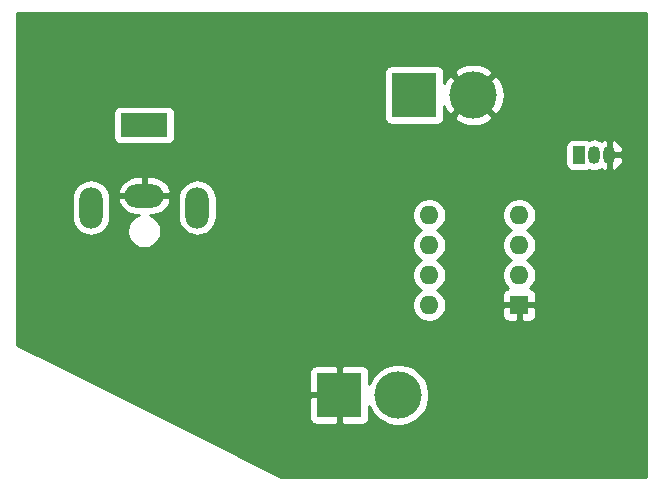
<source format=gbr>
G04 #@! TF.GenerationSoftware,KiCad,Pcbnew,(5.1.5-0-10_14)*
G04 #@! TF.CreationDate,2020-05-18T16:23:34+03:00*
G04 #@! TF.ProjectId,final2,66696e61-6c32-42e6-9b69-6361645f7063,rev?*
G04 #@! TF.SameCoordinates,Original*
G04 #@! TF.FileFunction,Copper,L2,Bot*
G04 #@! TF.FilePolarity,Positive*
%FSLAX46Y46*%
G04 Gerber Fmt 4.6, Leading zero omitted, Abs format (unit mm)*
G04 Created by KiCad (PCBNEW (5.1.5-0-10_14)) date 2020-05-18 16:23:34*
%MOMM*%
%LPD*%
G04 APERTURE LIST*
%ADD10R,1.600000X1.600000*%
%ADD11O,1.600000X1.600000*%
%ADD12R,3.800000X3.800000*%
%ADD13C,4.000000*%
%ADD14R,4.000000X2.000000*%
%ADD15O,3.300000X2.000000*%
%ADD16O,2.000000X3.500000*%
%ADD17O,1.050000X1.500000*%
%ADD18R,1.050000X1.500000*%
%ADD19C,0.254000*%
G04 APERTURE END LIST*
D10*
X152400000Y-92710000D03*
D11*
X144780000Y-85090000D03*
X152400000Y-90170000D03*
X144780000Y-87630000D03*
X152400000Y-87630000D03*
X144780000Y-90170000D03*
X152400000Y-85090000D03*
X144780000Y-92710000D03*
D12*
X137160000Y-100330000D03*
D13*
X142160000Y-100330000D03*
X148510000Y-74930000D03*
D12*
X143510000Y-74930000D03*
D14*
X120650000Y-77470000D03*
D15*
X120650000Y-83470000D03*
D16*
X116150000Y-84470000D03*
X125150000Y-84470000D03*
D17*
X158750000Y-80010000D03*
X160020000Y-80010000D03*
D18*
X157480000Y-80010000D03*
D19*
G36*
X163145001Y-107265000D02*
G01*
X132241708Y-107265000D01*
X122171708Y-102230000D01*
X134621928Y-102230000D01*
X134634188Y-102354482D01*
X134670498Y-102474180D01*
X134729463Y-102584494D01*
X134808815Y-102681185D01*
X134905506Y-102760537D01*
X135015820Y-102819502D01*
X135135518Y-102855812D01*
X135260000Y-102868072D01*
X136874250Y-102865000D01*
X137033000Y-102706250D01*
X137033000Y-100457000D01*
X134783750Y-100457000D01*
X134625000Y-100615750D01*
X134621928Y-102230000D01*
X122171708Y-102230000D01*
X114571707Y-98430000D01*
X134621928Y-98430000D01*
X134625000Y-100044250D01*
X134783750Y-100203000D01*
X137033000Y-100203000D01*
X137033000Y-97953750D01*
X137287000Y-97953750D01*
X137287000Y-100203000D01*
X137307000Y-100203000D01*
X137307000Y-100457000D01*
X137287000Y-100457000D01*
X137287000Y-102706250D01*
X137445750Y-102865000D01*
X139060000Y-102868072D01*
X139184482Y-102855812D01*
X139304180Y-102819502D01*
X139414494Y-102760537D01*
X139511185Y-102681185D01*
X139590537Y-102584494D01*
X139649502Y-102474180D01*
X139685812Y-102354482D01*
X139698072Y-102230000D01*
X139696240Y-101267546D01*
X139824893Y-101578141D01*
X140113262Y-102009715D01*
X140480285Y-102376738D01*
X140911859Y-102665107D01*
X141391399Y-102863739D01*
X141900475Y-102965000D01*
X142419525Y-102965000D01*
X142928601Y-102863739D01*
X143408141Y-102665107D01*
X143839715Y-102376738D01*
X144206738Y-102009715D01*
X144495107Y-101578141D01*
X144693739Y-101098601D01*
X144795000Y-100589525D01*
X144795000Y-100070475D01*
X144693739Y-99561399D01*
X144495107Y-99081859D01*
X144206738Y-98650285D01*
X143839715Y-98283262D01*
X143408141Y-97994893D01*
X142928601Y-97796261D01*
X142419525Y-97695000D01*
X141900475Y-97695000D01*
X141391399Y-97796261D01*
X140911859Y-97994893D01*
X140480285Y-98283262D01*
X140113262Y-98650285D01*
X139824893Y-99081859D01*
X139696240Y-99392454D01*
X139698072Y-98430000D01*
X139685812Y-98305518D01*
X139649502Y-98185820D01*
X139590537Y-98075506D01*
X139511185Y-97978815D01*
X139414494Y-97899463D01*
X139304180Y-97840498D01*
X139184482Y-97804188D01*
X139060000Y-97791928D01*
X137445750Y-97795000D01*
X137287000Y-97953750D01*
X137033000Y-97953750D01*
X136874250Y-97795000D01*
X135260000Y-97791928D01*
X135135518Y-97804188D01*
X135015820Y-97840498D01*
X134905506Y-97899463D01*
X134808815Y-97978815D01*
X134729463Y-98075506D01*
X134670498Y-98185820D01*
X134634188Y-98305518D01*
X134621928Y-98430000D01*
X114571707Y-98430000D01*
X109905000Y-96096647D01*
X109905000Y-83639679D01*
X114515000Y-83639679D01*
X114515000Y-85300322D01*
X114538657Y-85540516D01*
X114632149Y-85848715D01*
X114783970Y-86132752D01*
X114988287Y-86381714D01*
X115237249Y-86586031D01*
X115521286Y-86737852D01*
X115829485Y-86831343D01*
X116150000Y-86862911D01*
X116470516Y-86831343D01*
X116778715Y-86737852D01*
X117062752Y-86586031D01*
X117311714Y-86381714D01*
X117516031Y-86132752D01*
X117667852Y-85848715D01*
X117761343Y-85540516D01*
X117785000Y-85300322D01*
X117785000Y-83850434D01*
X118409876Y-83850434D01*
X118440856Y-83978355D01*
X118569990Y-84272761D01*
X118754078Y-84536317D01*
X118986046Y-84758895D01*
X119256980Y-84931942D01*
X119556468Y-85048807D01*
X119873000Y-85105000D01*
X120195568Y-85105000D01*
X119970273Y-85198320D01*
X119735241Y-85355363D01*
X119535363Y-85555241D01*
X119378320Y-85790273D01*
X119270147Y-86051426D01*
X119215000Y-86328665D01*
X119215000Y-86611335D01*
X119270147Y-86888574D01*
X119378320Y-87149727D01*
X119535363Y-87384759D01*
X119735241Y-87584637D01*
X119970273Y-87741680D01*
X120231426Y-87849853D01*
X120508665Y-87905000D01*
X120791335Y-87905000D01*
X121068574Y-87849853D01*
X121329727Y-87741680D01*
X121564759Y-87584637D01*
X121764637Y-87384759D01*
X121921680Y-87149727D01*
X122029853Y-86888574D01*
X122085000Y-86611335D01*
X122085000Y-86328665D01*
X122029853Y-86051426D01*
X121921680Y-85790273D01*
X121764637Y-85555241D01*
X121564759Y-85355363D01*
X121329727Y-85198320D01*
X121104432Y-85105000D01*
X121427000Y-85105000D01*
X121743532Y-85048807D01*
X122043020Y-84931942D01*
X122313954Y-84758895D01*
X122545922Y-84536317D01*
X122730010Y-84272761D01*
X122859144Y-83978355D01*
X122890124Y-83850434D01*
X122790876Y-83639679D01*
X123515000Y-83639679D01*
X123515000Y-85300322D01*
X123538657Y-85540516D01*
X123632149Y-85848715D01*
X123783970Y-86132752D01*
X123988287Y-86381714D01*
X124237249Y-86586031D01*
X124521286Y-86737852D01*
X124829485Y-86831343D01*
X125150000Y-86862911D01*
X125470516Y-86831343D01*
X125778715Y-86737852D01*
X126062752Y-86586031D01*
X126311714Y-86381714D01*
X126516031Y-86132752D01*
X126667852Y-85848715D01*
X126761343Y-85540516D01*
X126785000Y-85300322D01*
X126785000Y-84948665D01*
X143345000Y-84948665D01*
X143345000Y-85231335D01*
X143400147Y-85508574D01*
X143508320Y-85769727D01*
X143665363Y-86004759D01*
X143865241Y-86204637D01*
X144097759Y-86360000D01*
X143865241Y-86515363D01*
X143665363Y-86715241D01*
X143508320Y-86950273D01*
X143400147Y-87211426D01*
X143345000Y-87488665D01*
X143345000Y-87771335D01*
X143400147Y-88048574D01*
X143508320Y-88309727D01*
X143665363Y-88544759D01*
X143865241Y-88744637D01*
X144097759Y-88900000D01*
X143865241Y-89055363D01*
X143665363Y-89255241D01*
X143508320Y-89490273D01*
X143400147Y-89751426D01*
X143345000Y-90028665D01*
X143345000Y-90311335D01*
X143400147Y-90588574D01*
X143508320Y-90849727D01*
X143665363Y-91084759D01*
X143865241Y-91284637D01*
X144097759Y-91440000D01*
X143865241Y-91595363D01*
X143665363Y-91795241D01*
X143508320Y-92030273D01*
X143400147Y-92291426D01*
X143345000Y-92568665D01*
X143345000Y-92851335D01*
X143400147Y-93128574D01*
X143508320Y-93389727D01*
X143665363Y-93624759D01*
X143865241Y-93824637D01*
X144100273Y-93981680D01*
X144361426Y-94089853D01*
X144638665Y-94145000D01*
X144921335Y-94145000D01*
X145198574Y-94089853D01*
X145459727Y-93981680D01*
X145694759Y-93824637D01*
X145894637Y-93624759D01*
X145971316Y-93510000D01*
X150961928Y-93510000D01*
X150974188Y-93634482D01*
X151010498Y-93754180D01*
X151069463Y-93864494D01*
X151148815Y-93961185D01*
X151245506Y-94040537D01*
X151355820Y-94099502D01*
X151475518Y-94135812D01*
X151600000Y-94148072D01*
X152114250Y-94145000D01*
X152273000Y-93986250D01*
X152273000Y-92837000D01*
X152527000Y-92837000D01*
X152527000Y-93986250D01*
X152685750Y-94145000D01*
X153200000Y-94148072D01*
X153324482Y-94135812D01*
X153444180Y-94099502D01*
X153554494Y-94040537D01*
X153651185Y-93961185D01*
X153730537Y-93864494D01*
X153789502Y-93754180D01*
X153825812Y-93634482D01*
X153838072Y-93510000D01*
X153835000Y-92995750D01*
X153676250Y-92837000D01*
X152527000Y-92837000D01*
X152273000Y-92837000D01*
X151123750Y-92837000D01*
X150965000Y-92995750D01*
X150961928Y-93510000D01*
X145971316Y-93510000D01*
X146051680Y-93389727D01*
X146159853Y-93128574D01*
X146215000Y-92851335D01*
X146215000Y-92568665D01*
X146159853Y-92291426D01*
X146051680Y-92030273D01*
X145971317Y-91910000D01*
X150961928Y-91910000D01*
X150965000Y-92424250D01*
X151123750Y-92583000D01*
X152273000Y-92583000D01*
X152273000Y-92563000D01*
X152527000Y-92563000D01*
X152527000Y-92583000D01*
X153676250Y-92583000D01*
X153835000Y-92424250D01*
X153838072Y-91910000D01*
X153825812Y-91785518D01*
X153789502Y-91665820D01*
X153730537Y-91555506D01*
X153651185Y-91458815D01*
X153554494Y-91379463D01*
X153444180Y-91320498D01*
X153324482Y-91284188D01*
X153316039Y-91283357D01*
X153514637Y-91084759D01*
X153671680Y-90849727D01*
X153779853Y-90588574D01*
X153835000Y-90311335D01*
X153835000Y-90028665D01*
X153779853Y-89751426D01*
X153671680Y-89490273D01*
X153514637Y-89255241D01*
X153314759Y-89055363D01*
X153082241Y-88900000D01*
X153314759Y-88744637D01*
X153514637Y-88544759D01*
X153671680Y-88309727D01*
X153779853Y-88048574D01*
X153835000Y-87771335D01*
X153835000Y-87488665D01*
X153779853Y-87211426D01*
X153671680Y-86950273D01*
X153514637Y-86715241D01*
X153314759Y-86515363D01*
X153082241Y-86360000D01*
X153314759Y-86204637D01*
X153514637Y-86004759D01*
X153671680Y-85769727D01*
X153779853Y-85508574D01*
X153835000Y-85231335D01*
X153835000Y-84948665D01*
X153779853Y-84671426D01*
X153671680Y-84410273D01*
X153514637Y-84175241D01*
X153314759Y-83975363D01*
X153079727Y-83818320D01*
X152818574Y-83710147D01*
X152541335Y-83655000D01*
X152258665Y-83655000D01*
X151981426Y-83710147D01*
X151720273Y-83818320D01*
X151485241Y-83975363D01*
X151285363Y-84175241D01*
X151128320Y-84410273D01*
X151020147Y-84671426D01*
X150965000Y-84948665D01*
X150965000Y-85231335D01*
X151020147Y-85508574D01*
X151128320Y-85769727D01*
X151285363Y-86004759D01*
X151485241Y-86204637D01*
X151717759Y-86360000D01*
X151485241Y-86515363D01*
X151285363Y-86715241D01*
X151128320Y-86950273D01*
X151020147Y-87211426D01*
X150965000Y-87488665D01*
X150965000Y-87771335D01*
X151020147Y-88048574D01*
X151128320Y-88309727D01*
X151285363Y-88544759D01*
X151485241Y-88744637D01*
X151717759Y-88900000D01*
X151485241Y-89055363D01*
X151285363Y-89255241D01*
X151128320Y-89490273D01*
X151020147Y-89751426D01*
X150965000Y-90028665D01*
X150965000Y-90311335D01*
X151020147Y-90588574D01*
X151128320Y-90849727D01*
X151285363Y-91084759D01*
X151483961Y-91283357D01*
X151475518Y-91284188D01*
X151355820Y-91320498D01*
X151245506Y-91379463D01*
X151148815Y-91458815D01*
X151069463Y-91555506D01*
X151010498Y-91665820D01*
X150974188Y-91785518D01*
X150961928Y-91910000D01*
X145971317Y-91910000D01*
X145894637Y-91795241D01*
X145694759Y-91595363D01*
X145462241Y-91440000D01*
X145694759Y-91284637D01*
X145894637Y-91084759D01*
X146051680Y-90849727D01*
X146159853Y-90588574D01*
X146215000Y-90311335D01*
X146215000Y-90028665D01*
X146159853Y-89751426D01*
X146051680Y-89490273D01*
X145894637Y-89255241D01*
X145694759Y-89055363D01*
X145462241Y-88900000D01*
X145694759Y-88744637D01*
X145894637Y-88544759D01*
X146051680Y-88309727D01*
X146159853Y-88048574D01*
X146215000Y-87771335D01*
X146215000Y-87488665D01*
X146159853Y-87211426D01*
X146051680Y-86950273D01*
X145894637Y-86715241D01*
X145694759Y-86515363D01*
X145462241Y-86360000D01*
X145694759Y-86204637D01*
X145894637Y-86004759D01*
X146051680Y-85769727D01*
X146159853Y-85508574D01*
X146215000Y-85231335D01*
X146215000Y-84948665D01*
X146159853Y-84671426D01*
X146051680Y-84410273D01*
X145894637Y-84175241D01*
X145694759Y-83975363D01*
X145459727Y-83818320D01*
X145198574Y-83710147D01*
X144921335Y-83655000D01*
X144638665Y-83655000D01*
X144361426Y-83710147D01*
X144100273Y-83818320D01*
X143865241Y-83975363D01*
X143665363Y-84175241D01*
X143508320Y-84410273D01*
X143400147Y-84671426D01*
X143345000Y-84948665D01*
X126785000Y-84948665D01*
X126785000Y-83639678D01*
X126761343Y-83399484D01*
X126667852Y-83091285D01*
X126516031Y-82807248D01*
X126311714Y-82558286D01*
X126062751Y-82353969D01*
X125778714Y-82202148D01*
X125470515Y-82108657D01*
X125150000Y-82077089D01*
X124829484Y-82108657D01*
X124521285Y-82202148D01*
X124237248Y-82353969D01*
X123988286Y-82558286D01*
X123783969Y-82807249D01*
X123632148Y-83091286D01*
X123538657Y-83399485D01*
X123515000Y-83639679D01*
X122790876Y-83639679D01*
X122770777Y-83597000D01*
X120777000Y-83597000D01*
X120777000Y-83617000D01*
X120523000Y-83617000D01*
X120523000Y-83597000D01*
X118529223Y-83597000D01*
X118409876Y-83850434D01*
X117785000Y-83850434D01*
X117785000Y-83639678D01*
X117761343Y-83399484D01*
X117667852Y-83091285D01*
X117666934Y-83089566D01*
X118409876Y-83089566D01*
X118529223Y-83343000D01*
X120523000Y-83343000D01*
X120523000Y-81835000D01*
X120777000Y-81835000D01*
X120777000Y-83343000D01*
X122770777Y-83343000D01*
X122890124Y-83089566D01*
X122859144Y-82961645D01*
X122730010Y-82667239D01*
X122545922Y-82403683D01*
X122313954Y-82181105D01*
X122043020Y-82008058D01*
X121743532Y-81891193D01*
X121427000Y-81835000D01*
X120777000Y-81835000D01*
X120523000Y-81835000D01*
X119873000Y-81835000D01*
X119556468Y-81891193D01*
X119256980Y-82008058D01*
X118986046Y-82181105D01*
X118754078Y-82403683D01*
X118569990Y-82667239D01*
X118440856Y-82961645D01*
X118409876Y-83089566D01*
X117666934Y-83089566D01*
X117516031Y-82807248D01*
X117311714Y-82558286D01*
X117062751Y-82353969D01*
X116778714Y-82202148D01*
X116470515Y-82108657D01*
X116150000Y-82077089D01*
X115829484Y-82108657D01*
X115521285Y-82202148D01*
X115237248Y-82353969D01*
X114988286Y-82558286D01*
X114783969Y-82807249D01*
X114632148Y-83091286D01*
X114538657Y-83399485D01*
X114515000Y-83639679D01*
X109905000Y-83639679D01*
X109905000Y-79260000D01*
X156316928Y-79260000D01*
X156316928Y-80760000D01*
X156329188Y-80884482D01*
X156365498Y-81004180D01*
X156424463Y-81114494D01*
X156503815Y-81211185D01*
X156600506Y-81290537D01*
X156710820Y-81349502D01*
X156830518Y-81385812D01*
X156955000Y-81398072D01*
X158005000Y-81398072D01*
X158129482Y-81385812D01*
X158249180Y-81349502D01*
X158313902Y-81314907D01*
X158522601Y-81378215D01*
X158750000Y-81400612D01*
X158977400Y-81378215D01*
X159196060Y-81311885D01*
X159384669Y-81211071D01*
X159443118Y-81252275D01*
X159652663Y-81345272D01*
X159714190Y-81353964D01*
X159893000Y-81228163D01*
X159893000Y-80463108D01*
X159893215Y-80462399D01*
X159910000Y-80291978D01*
X159910000Y-80137000D01*
X160147000Y-80137000D01*
X160147000Y-81228163D01*
X160325810Y-81353964D01*
X160387337Y-81345272D01*
X160596882Y-81252275D01*
X160784258Y-81120184D01*
X160942264Y-80954076D01*
X161064828Y-80760334D01*
X161147239Y-80546404D01*
X161186331Y-80320507D01*
X161026598Y-80137000D01*
X160147000Y-80137000D01*
X159910000Y-80137000D01*
X159910000Y-79728021D01*
X159893215Y-79557600D01*
X159893000Y-79556891D01*
X159893000Y-78791837D01*
X160147000Y-78791837D01*
X160147000Y-79883000D01*
X161026598Y-79883000D01*
X161186331Y-79699493D01*
X161147239Y-79473596D01*
X161064828Y-79259666D01*
X160942264Y-79065924D01*
X160784258Y-78899816D01*
X160596882Y-78767725D01*
X160387337Y-78674728D01*
X160325810Y-78666036D01*
X160147000Y-78791837D01*
X159893000Y-78791837D01*
X159714190Y-78666036D01*
X159652663Y-78674728D01*
X159443118Y-78767725D01*
X159384669Y-78808929D01*
X159196059Y-78708115D01*
X158977399Y-78641785D01*
X158750000Y-78619388D01*
X158522600Y-78641785D01*
X158313902Y-78705093D01*
X158249180Y-78670498D01*
X158129482Y-78634188D01*
X158005000Y-78621928D01*
X156955000Y-78621928D01*
X156830518Y-78634188D01*
X156710820Y-78670498D01*
X156600506Y-78729463D01*
X156503815Y-78808815D01*
X156424463Y-78905506D01*
X156365498Y-79015820D01*
X156329188Y-79135518D01*
X156316928Y-79260000D01*
X109905000Y-79260000D01*
X109905000Y-76470000D01*
X118011928Y-76470000D01*
X118011928Y-78470000D01*
X118024188Y-78594482D01*
X118060498Y-78714180D01*
X118119463Y-78824494D01*
X118198815Y-78921185D01*
X118295506Y-79000537D01*
X118405820Y-79059502D01*
X118525518Y-79095812D01*
X118650000Y-79108072D01*
X122650000Y-79108072D01*
X122774482Y-79095812D01*
X122894180Y-79059502D01*
X123004494Y-79000537D01*
X123101185Y-78921185D01*
X123180537Y-78824494D01*
X123239502Y-78714180D01*
X123275812Y-78594482D01*
X123288072Y-78470000D01*
X123288072Y-76470000D01*
X123275812Y-76345518D01*
X123239502Y-76225820D01*
X123180537Y-76115506D01*
X123101185Y-76018815D01*
X123004494Y-75939463D01*
X122894180Y-75880498D01*
X122774482Y-75844188D01*
X122650000Y-75831928D01*
X118650000Y-75831928D01*
X118525518Y-75844188D01*
X118405820Y-75880498D01*
X118295506Y-75939463D01*
X118198815Y-76018815D01*
X118119463Y-76115506D01*
X118060498Y-76225820D01*
X118024188Y-76345518D01*
X118011928Y-76470000D01*
X109905000Y-76470000D01*
X109905000Y-73030000D01*
X140971928Y-73030000D01*
X140971928Y-76830000D01*
X140984188Y-76954482D01*
X141020498Y-77074180D01*
X141079463Y-77184494D01*
X141158815Y-77281185D01*
X141255506Y-77360537D01*
X141365820Y-77419502D01*
X141485518Y-77455812D01*
X141610000Y-77468072D01*
X145410000Y-77468072D01*
X145534482Y-77455812D01*
X145654180Y-77419502D01*
X145764494Y-77360537D01*
X145861185Y-77281185D01*
X145940537Y-77184494D01*
X145999502Y-77074180D01*
X146035812Y-76954482D01*
X146048072Y-76830000D01*
X146048072Y-76777499D01*
X146842106Y-76777499D01*
X147058228Y-77144258D01*
X147518105Y-77384938D01*
X148016098Y-77531275D01*
X148533071Y-77577648D01*
X149049159Y-77522273D01*
X149544526Y-77367279D01*
X149961772Y-77144258D01*
X150177894Y-76777499D01*
X148510000Y-75109605D01*
X146842106Y-76777499D01*
X146048072Y-76777499D01*
X146048072Y-75885747D01*
X146072721Y-75964526D01*
X146295742Y-76381772D01*
X146662501Y-76597894D01*
X148330395Y-74930000D01*
X148689605Y-74930000D01*
X150357499Y-76597894D01*
X150724258Y-76381772D01*
X150964938Y-75921895D01*
X151111275Y-75423902D01*
X151157648Y-74906929D01*
X151102273Y-74390841D01*
X150947279Y-73895474D01*
X150724258Y-73478228D01*
X150357499Y-73262106D01*
X148689605Y-74930000D01*
X148330395Y-74930000D01*
X146662501Y-73262106D01*
X146295742Y-73478228D01*
X146055062Y-73938105D01*
X146048072Y-73961892D01*
X146048072Y-73082501D01*
X146842106Y-73082501D01*
X148510000Y-74750395D01*
X150177894Y-73082501D01*
X149961772Y-72715742D01*
X149501895Y-72475062D01*
X149003902Y-72328725D01*
X148486929Y-72282352D01*
X147970841Y-72337727D01*
X147475474Y-72492721D01*
X147058228Y-72715742D01*
X146842106Y-73082501D01*
X146048072Y-73082501D01*
X146048072Y-73030000D01*
X146035812Y-72905518D01*
X145999502Y-72785820D01*
X145940537Y-72675506D01*
X145861185Y-72578815D01*
X145764494Y-72499463D01*
X145654180Y-72440498D01*
X145534482Y-72404188D01*
X145410000Y-72391928D01*
X141610000Y-72391928D01*
X141485518Y-72404188D01*
X141365820Y-72440498D01*
X141255506Y-72499463D01*
X141158815Y-72578815D01*
X141079463Y-72675506D01*
X141020498Y-72785820D01*
X140984188Y-72905518D01*
X140971928Y-73030000D01*
X109905000Y-73030000D01*
X109905000Y-67995000D01*
X163145000Y-67995000D01*
X163145001Y-107265000D01*
G37*
X163145001Y-107265000D02*
X132241708Y-107265000D01*
X122171708Y-102230000D01*
X134621928Y-102230000D01*
X134634188Y-102354482D01*
X134670498Y-102474180D01*
X134729463Y-102584494D01*
X134808815Y-102681185D01*
X134905506Y-102760537D01*
X135015820Y-102819502D01*
X135135518Y-102855812D01*
X135260000Y-102868072D01*
X136874250Y-102865000D01*
X137033000Y-102706250D01*
X137033000Y-100457000D01*
X134783750Y-100457000D01*
X134625000Y-100615750D01*
X134621928Y-102230000D01*
X122171708Y-102230000D01*
X114571707Y-98430000D01*
X134621928Y-98430000D01*
X134625000Y-100044250D01*
X134783750Y-100203000D01*
X137033000Y-100203000D01*
X137033000Y-97953750D01*
X137287000Y-97953750D01*
X137287000Y-100203000D01*
X137307000Y-100203000D01*
X137307000Y-100457000D01*
X137287000Y-100457000D01*
X137287000Y-102706250D01*
X137445750Y-102865000D01*
X139060000Y-102868072D01*
X139184482Y-102855812D01*
X139304180Y-102819502D01*
X139414494Y-102760537D01*
X139511185Y-102681185D01*
X139590537Y-102584494D01*
X139649502Y-102474180D01*
X139685812Y-102354482D01*
X139698072Y-102230000D01*
X139696240Y-101267546D01*
X139824893Y-101578141D01*
X140113262Y-102009715D01*
X140480285Y-102376738D01*
X140911859Y-102665107D01*
X141391399Y-102863739D01*
X141900475Y-102965000D01*
X142419525Y-102965000D01*
X142928601Y-102863739D01*
X143408141Y-102665107D01*
X143839715Y-102376738D01*
X144206738Y-102009715D01*
X144495107Y-101578141D01*
X144693739Y-101098601D01*
X144795000Y-100589525D01*
X144795000Y-100070475D01*
X144693739Y-99561399D01*
X144495107Y-99081859D01*
X144206738Y-98650285D01*
X143839715Y-98283262D01*
X143408141Y-97994893D01*
X142928601Y-97796261D01*
X142419525Y-97695000D01*
X141900475Y-97695000D01*
X141391399Y-97796261D01*
X140911859Y-97994893D01*
X140480285Y-98283262D01*
X140113262Y-98650285D01*
X139824893Y-99081859D01*
X139696240Y-99392454D01*
X139698072Y-98430000D01*
X139685812Y-98305518D01*
X139649502Y-98185820D01*
X139590537Y-98075506D01*
X139511185Y-97978815D01*
X139414494Y-97899463D01*
X139304180Y-97840498D01*
X139184482Y-97804188D01*
X139060000Y-97791928D01*
X137445750Y-97795000D01*
X137287000Y-97953750D01*
X137033000Y-97953750D01*
X136874250Y-97795000D01*
X135260000Y-97791928D01*
X135135518Y-97804188D01*
X135015820Y-97840498D01*
X134905506Y-97899463D01*
X134808815Y-97978815D01*
X134729463Y-98075506D01*
X134670498Y-98185820D01*
X134634188Y-98305518D01*
X134621928Y-98430000D01*
X114571707Y-98430000D01*
X109905000Y-96096647D01*
X109905000Y-83639679D01*
X114515000Y-83639679D01*
X114515000Y-85300322D01*
X114538657Y-85540516D01*
X114632149Y-85848715D01*
X114783970Y-86132752D01*
X114988287Y-86381714D01*
X115237249Y-86586031D01*
X115521286Y-86737852D01*
X115829485Y-86831343D01*
X116150000Y-86862911D01*
X116470516Y-86831343D01*
X116778715Y-86737852D01*
X117062752Y-86586031D01*
X117311714Y-86381714D01*
X117516031Y-86132752D01*
X117667852Y-85848715D01*
X117761343Y-85540516D01*
X117785000Y-85300322D01*
X117785000Y-83850434D01*
X118409876Y-83850434D01*
X118440856Y-83978355D01*
X118569990Y-84272761D01*
X118754078Y-84536317D01*
X118986046Y-84758895D01*
X119256980Y-84931942D01*
X119556468Y-85048807D01*
X119873000Y-85105000D01*
X120195568Y-85105000D01*
X119970273Y-85198320D01*
X119735241Y-85355363D01*
X119535363Y-85555241D01*
X119378320Y-85790273D01*
X119270147Y-86051426D01*
X119215000Y-86328665D01*
X119215000Y-86611335D01*
X119270147Y-86888574D01*
X119378320Y-87149727D01*
X119535363Y-87384759D01*
X119735241Y-87584637D01*
X119970273Y-87741680D01*
X120231426Y-87849853D01*
X120508665Y-87905000D01*
X120791335Y-87905000D01*
X121068574Y-87849853D01*
X121329727Y-87741680D01*
X121564759Y-87584637D01*
X121764637Y-87384759D01*
X121921680Y-87149727D01*
X122029853Y-86888574D01*
X122085000Y-86611335D01*
X122085000Y-86328665D01*
X122029853Y-86051426D01*
X121921680Y-85790273D01*
X121764637Y-85555241D01*
X121564759Y-85355363D01*
X121329727Y-85198320D01*
X121104432Y-85105000D01*
X121427000Y-85105000D01*
X121743532Y-85048807D01*
X122043020Y-84931942D01*
X122313954Y-84758895D01*
X122545922Y-84536317D01*
X122730010Y-84272761D01*
X122859144Y-83978355D01*
X122890124Y-83850434D01*
X122790876Y-83639679D01*
X123515000Y-83639679D01*
X123515000Y-85300322D01*
X123538657Y-85540516D01*
X123632149Y-85848715D01*
X123783970Y-86132752D01*
X123988287Y-86381714D01*
X124237249Y-86586031D01*
X124521286Y-86737852D01*
X124829485Y-86831343D01*
X125150000Y-86862911D01*
X125470516Y-86831343D01*
X125778715Y-86737852D01*
X126062752Y-86586031D01*
X126311714Y-86381714D01*
X126516031Y-86132752D01*
X126667852Y-85848715D01*
X126761343Y-85540516D01*
X126785000Y-85300322D01*
X126785000Y-84948665D01*
X143345000Y-84948665D01*
X143345000Y-85231335D01*
X143400147Y-85508574D01*
X143508320Y-85769727D01*
X143665363Y-86004759D01*
X143865241Y-86204637D01*
X144097759Y-86360000D01*
X143865241Y-86515363D01*
X143665363Y-86715241D01*
X143508320Y-86950273D01*
X143400147Y-87211426D01*
X143345000Y-87488665D01*
X143345000Y-87771335D01*
X143400147Y-88048574D01*
X143508320Y-88309727D01*
X143665363Y-88544759D01*
X143865241Y-88744637D01*
X144097759Y-88900000D01*
X143865241Y-89055363D01*
X143665363Y-89255241D01*
X143508320Y-89490273D01*
X143400147Y-89751426D01*
X143345000Y-90028665D01*
X143345000Y-90311335D01*
X143400147Y-90588574D01*
X143508320Y-90849727D01*
X143665363Y-91084759D01*
X143865241Y-91284637D01*
X144097759Y-91440000D01*
X143865241Y-91595363D01*
X143665363Y-91795241D01*
X143508320Y-92030273D01*
X143400147Y-92291426D01*
X143345000Y-92568665D01*
X143345000Y-92851335D01*
X143400147Y-93128574D01*
X143508320Y-93389727D01*
X143665363Y-93624759D01*
X143865241Y-93824637D01*
X144100273Y-93981680D01*
X144361426Y-94089853D01*
X144638665Y-94145000D01*
X144921335Y-94145000D01*
X145198574Y-94089853D01*
X145459727Y-93981680D01*
X145694759Y-93824637D01*
X145894637Y-93624759D01*
X145971316Y-93510000D01*
X150961928Y-93510000D01*
X150974188Y-93634482D01*
X151010498Y-93754180D01*
X151069463Y-93864494D01*
X151148815Y-93961185D01*
X151245506Y-94040537D01*
X151355820Y-94099502D01*
X151475518Y-94135812D01*
X151600000Y-94148072D01*
X152114250Y-94145000D01*
X152273000Y-93986250D01*
X152273000Y-92837000D01*
X152527000Y-92837000D01*
X152527000Y-93986250D01*
X152685750Y-94145000D01*
X153200000Y-94148072D01*
X153324482Y-94135812D01*
X153444180Y-94099502D01*
X153554494Y-94040537D01*
X153651185Y-93961185D01*
X153730537Y-93864494D01*
X153789502Y-93754180D01*
X153825812Y-93634482D01*
X153838072Y-93510000D01*
X153835000Y-92995750D01*
X153676250Y-92837000D01*
X152527000Y-92837000D01*
X152273000Y-92837000D01*
X151123750Y-92837000D01*
X150965000Y-92995750D01*
X150961928Y-93510000D01*
X145971316Y-93510000D01*
X146051680Y-93389727D01*
X146159853Y-93128574D01*
X146215000Y-92851335D01*
X146215000Y-92568665D01*
X146159853Y-92291426D01*
X146051680Y-92030273D01*
X145971317Y-91910000D01*
X150961928Y-91910000D01*
X150965000Y-92424250D01*
X151123750Y-92583000D01*
X152273000Y-92583000D01*
X152273000Y-92563000D01*
X152527000Y-92563000D01*
X152527000Y-92583000D01*
X153676250Y-92583000D01*
X153835000Y-92424250D01*
X153838072Y-91910000D01*
X153825812Y-91785518D01*
X153789502Y-91665820D01*
X153730537Y-91555506D01*
X153651185Y-91458815D01*
X153554494Y-91379463D01*
X153444180Y-91320498D01*
X153324482Y-91284188D01*
X153316039Y-91283357D01*
X153514637Y-91084759D01*
X153671680Y-90849727D01*
X153779853Y-90588574D01*
X153835000Y-90311335D01*
X153835000Y-90028665D01*
X153779853Y-89751426D01*
X153671680Y-89490273D01*
X153514637Y-89255241D01*
X153314759Y-89055363D01*
X153082241Y-88900000D01*
X153314759Y-88744637D01*
X153514637Y-88544759D01*
X153671680Y-88309727D01*
X153779853Y-88048574D01*
X153835000Y-87771335D01*
X153835000Y-87488665D01*
X153779853Y-87211426D01*
X153671680Y-86950273D01*
X153514637Y-86715241D01*
X153314759Y-86515363D01*
X153082241Y-86360000D01*
X153314759Y-86204637D01*
X153514637Y-86004759D01*
X153671680Y-85769727D01*
X153779853Y-85508574D01*
X153835000Y-85231335D01*
X153835000Y-84948665D01*
X153779853Y-84671426D01*
X153671680Y-84410273D01*
X153514637Y-84175241D01*
X153314759Y-83975363D01*
X153079727Y-83818320D01*
X152818574Y-83710147D01*
X152541335Y-83655000D01*
X152258665Y-83655000D01*
X151981426Y-83710147D01*
X151720273Y-83818320D01*
X151485241Y-83975363D01*
X151285363Y-84175241D01*
X151128320Y-84410273D01*
X151020147Y-84671426D01*
X150965000Y-84948665D01*
X150965000Y-85231335D01*
X151020147Y-85508574D01*
X151128320Y-85769727D01*
X151285363Y-86004759D01*
X151485241Y-86204637D01*
X151717759Y-86360000D01*
X151485241Y-86515363D01*
X151285363Y-86715241D01*
X151128320Y-86950273D01*
X151020147Y-87211426D01*
X150965000Y-87488665D01*
X150965000Y-87771335D01*
X151020147Y-88048574D01*
X151128320Y-88309727D01*
X151285363Y-88544759D01*
X151485241Y-88744637D01*
X151717759Y-88900000D01*
X151485241Y-89055363D01*
X151285363Y-89255241D01*
X151128320Y-89490273D01*
X151020147Y-89751426D01*
X150965000Y-90028665D01*
X150965000Y-90311335D01*
X151020147Y-90588574D01*
X151128320Y-90849727D01*
X151285363Y-91084759D01*
X151483961Y-91283357D01*
X151475518Y-91284188D01*
X151355820Y-91320498D01*
X151245506Y-91379463D01*
X151148815Y-91458815D01*
X151069463Y-91555506D01*
X151010498Y-91665820D01*
X150974188Y-91785518D01*
X150961928Y-91910000D01*
X145971317Y-91910000D01*
X145894637Y-91795241D01*
X145694759Y-91595363D01*
X145462241Y-91440000D01*
X145694759Y-91284637D01*
X145894637Y-91084759D01*
X146051680Y-90849727D01*
X146159853Y-90588574D01*
X146215000Y-90311335D01*
X146215000Y-90028665D01*
X146159853Y-89751426D01*
X146051680Y-89490273D01*
X145894637Y-89255241D01*
X145694759Y-89055363D01*
X145462241Y-88900000D01*
X145694759Y-88744637D01*
X145894637Y-88544759D01*
X146051680Y-88309727D01*
X146159853Y-88048574D01*
X146215000Y-87771335D01*
X146215000Y-87488665D01*
X146159853Y-87211426D01*
X146051680Y-86950273D01*
X145894637Y-86715241D01*
X145694759Y-86515363D01*
X145462241Y-86360000D01*
X145694759Y-86204637D01*
X145894637Y-86004759D01*
X146051680Y-85769727D01*
X146159853Y-85508574D01*
X146215000Y-85231335D01*
X146215000Y-84948665D01*
X146159853Y-84671426D01*
X146051680Y-84410273D01*
X145894637Y-84175241D01*
X145694759Y-83975363D01*
X145459727Y-83818320D01*
X145198574Y-83710147D01*
X144921335Y-83655000D01*
X144638665Y-83655000D01*
X144361426Y-83710147D01*
X144100273Y-83818320D01*
X143865241Y-83975363D01*
X143665363Y-84175241D01*
X143508320Y-84410273D01*
X143400147Y-84671426D01*
X143345000Y-84948665D01*
X126785000Y-84948665D01*
X126785000Y-83639678D01*
X126761343Y-83399484D01*
X126667852Y-83091285D01*
X126516031Y-82807248D01*
X126311714Y-82558286D01*
X126062751Y-82353969D01*
X125778714Y-82202148D01*
X125470515Y-82108657D01*
X125150000Y-82077089D01*
X124829484Y-82108657D01*
X124521285Y-82202148D01*
X124237248Y-82353969D01*
X123988286Y-82558286D01*
X123783969Y-82807249D01*
X123632148Y-83091286D01*
X123538657Y-83399485D01*
X123515000Y-83639679D01*
X122790876Y-83639679D01*
X122770777Y-83597000D01*
X120777000Y-83597000D01*
X120777000Y-83617000D01*
X120523000Y-83617000D01*
X120523000Y-83597000D01*
X118529223Y-83597000D01*
X118409876Y-83850434D01*
X117785000Y-83850434D01*
X117785000Y-83639678D01*
X117761343Y-83399484D01*
X117667852Y-83091285D01*
X117666934Y-83089566D01*
X118409876Y-83089566D01*
X118529223Y-83343000D01*
X120523000Y-83343000D01*
X120523000Y-81835000D01*
X120777000Y-81835000D01*
X120777000Y-83343000D01*
X122770777Y-83343000D01*
X122890124Y-83089566D01*
X122859144Y-82961645D01*
X122730010Y-82667239D01*
X122545922Y-82403683D01*
X122313954Y-82181105D01*
X122043020Y-82008058D01*
X121743532Y-81891193D01*
X121427000Y-81835000D01*
X120777000Y-81835000D01*
X120523000Y-81835000D01*
X119873000Y-81835000D01*
X119556468Y-81891193D01*
X119256980Y-82008058D01*
X118986046Y-82181105D01*
X118754078Y-82403683D01*
X118569990Y-82667239D01*
X118440856Y-82961645D01*
X118409876Y-83089566D01*
X117666934Y-83089566D01*
X117516031Y-82807248D01*
X117311714Y-82558286D01*
X117062751Y-82353969D01*
X116778714Y-82202148D01*
X116470515Y-82108657D01*
X116150000Y-82077089D01*
X115829484Y-82108657D01*
X115521285Y-82202148D01*
X115237248Y-82353969D01*
X114988286Y-82558286D01*
X114783969Y-82807249D01*
X114632148Y-83091286D01*
X114538657Y-83399485D01*
X114515000Y-83639679D01*
X109905000Y-83639679D01*
X109905000Y-79260000D01*
X156316928Y-79260000D01*
X156316928Y-80760000D01*
X156329188Y-80884482D01*
X156365498Y-81004180D01*
X156424463Y-81114494D01*
X156503815Y-81211185D01*
X156600506Y-81290537D01*
X156710820Y-81349502D01*
X156830518Y-81385812D01*
X156955000Y-81398072D01*
X158005000Y-81398072D01*
X158129482Y-81385812D01*
X158249180Y-81349502D01*
X158313902Y-81314907D01*
X158522601Y-81378215D01*
X158750000Y-81400612D01*
X158977400Y-81378215D01*
X159196060Y-81311885D01*
X159384669Y-81211071D01*
X159443118Y-81252275D01*
X159652663Y-81345272D01*
X159714190Y-81353964D01*
X159893000Y-81228163D01*
X159893000Y-80463108D01*
X159893215Y-80462399D01*
X159910000Y-80291978D01*
X159910000Y-80137000D01*
X160147000Y-80137000D01*
X160147000Y-81228163D01*
X160325810Y-81353964D01*
X160387337Y-81345272D01*
X160596882Y-81252275D01*
X160784258Y-81120184D01*
X160942264Y-80954076D01*
X161064828Y-80760334D01*
X161147239Y-80546404D01*
X161186331Y-80320507D01*
X161026598Y-80137000D01*
X160147000Y-80137000D01*
X159910000Y-80137000D01*
X159910000Y-79728021D01*
X159893215Y-79557600D01*
X159893000Y-79556891D01*
X159893000Y-78791837D01*
X160147000Y-78791837D01*
X160147000Y-79883000D01*
X161026598Y-79883000D01*
X161186331Y-79699493D01*
X161147239Y-79473596D01*
X161064828Y-79259666D01*
X160942264Y-79065924D01*
X160784258Y-78899816D01*
X160596882Y-78767725D01*
X160387337Y-78674728D01*
X160325810Y-78666036D01*
X160147000Y-78791837D01*
X159893000Y-78791837D01*
X159714190Y-78666036D01*
X159652663Y-78674728D01*
X159443118Y-78767725D01*
X159384669Y-78808929D01*
X159196059Y-78708115D01*
X158977399Y-78641785D01*
X158750000Y-78619388D01*
X158522600Y-78641785D01*
X158313902Y-78705093D01*
X158249180Y-78670498D01*
X158129482Y-78634188D01*
X158005000Y-78621928D01*
X156955000Y-78621928D01*
X156830518Y-78634188D01*
X156710820Y-78670498D01*
X156600506Y-78729463D01*
X156503815Y-78808815D01*
X156424463Y-78905506D01*
X156365498Y-79015820D01*
X156329188Y-79135518D01*
X156316928Y-79260000D01*
X109905000Y-79260000D01*
X109905000Y-76470000D01*
X118011928Y-76470000D01*
X118011928Y-78470000D01*
X118024188Y-78594482D01*
X118060498Y-78714180D01*
X118119463Y-78824494D01*
X118198815Y-78921185D01*
X118295506Y-79000537D01*
X118405820Y-79059502D01*
X118525518Y-79095812D01*
X118650000Y-79108072D01*
X122650000Y-79108072D01*
X122774482Y-79095812D01*
X122894180Y-79059502D01*
X123004494Y-79000537D01*
X123101185Y-78921185D01*
X123180537Y-78824494D01*
X123239502Y-78714180D01*
X123275812Y-78594482D01*
X123288072Y-78470000D01*
X123288072Y-76470000D01*
X123275812Y-76345518D01*
X123239502Y-76225820D01*
X123180537Y-76115506D01*
X123101185Y-76018815D01*
X123004494Y-75939463D01*
X122894180Y-75880498D01*
X122774482Y-75844188D01*
X122650000Y-75831928D01*
X118650000Y-75831928D01*
X118525518Y-75844188D01*
X118405820Y-75880498D01*
X118295506Y-75939463D01*
X118198815Y-76018815D01*
X118119463Y-76115506D01*
X118060498Y-76225820D01*
X118024188Y-76345518D01*
X118011928Y-76470000D01*
X109905000Y-76470000D01*
X109905000Y-73030000D01*
X140971928Y-73030000D01*
X140971928Y-76830000D01*
X140984188Y-76954482D01*
X141020498Y-77074180D01*
X141079463Y-77184494D01*
X141158815Y-77281185D01*
X141255506Y-77360537D01*
X141365820Y-77419502D01*
X141485518Y-77455812D01*
X141610000Y-77468072D01*
X145410000Y-77468072D01*
X145534482Y-77455812D01*
X145654180Y-77419502D01*
X145764494Y-77360537D01*
X145861185Y-77281185D01*
X145940537Y-77184494D01*
X145999502Y-77074180D01*
X146035812Y-76954482D01*
X146048072Y-76830000D01*
X146048072Y-76777499D01*
X146842106Y-76777499D01*
X147058228Y-77144258D01*
X147518105Y-77384938D01*
X148016098Y-77531275D01*
X148533071Y-77577648D01*
X149049159Y-77522273D01*
X149544526Y-77367279D01*
X149961772Y-77144258D01*
X150177894Y-76777499D01*
X148510000Y-75109605D01*
X146842106Y-76777499D01*
X146048072Y-76777499D01*
X146048072Y-75885747D01*
X146072721Y-75964526D01*
X146295742Y-76381772D01*
X146662501Y-76597894D01*
X148330395Y-74930000D01*
X148689605Y-74930000D01*
X150357499Y-76597894D01*
X150724258Y-76381772D01*
X150964938Y-75921895D01*
X151111275Y-75423902D01*
X151157648Y-74906929D01*
X151102273Y-74390841D01*
X150947279Y-73895474D01*
X150724258Y-73478228D01*
X150357499Y-73262106D01*
X148689605Y-74930000D01*
X148330395Y-74930000D01*
X146662501Y-73262106D01*
X146295742Y-73478228D01*
X146055062Y-73938105D01*
X146048072Y-73961892D01*
X146048072Y-73082501D01*
X146842106Y-73082501D01*
X148510000Y-74750395D01*
X150177894Y-73082501D01*
X149961772Y-72715742D01*
X149501895Y-72475062D01*
X149003902Y-72328725D01*
X148486929Y-72282352D01*
X147970841Y-72337727D01*
X147475474Y-72492721D01*
X147058228Y-72715742D01*
X146842106Y-73082501D01*
X146048072Y-73082501D01*
X146048072Y-73030000D01*
X146035812Y-72905518D01*
X145999502Y-72785820D01*
X145940537Y-72675506D01*
X145861185Y-72578815D01*
X145764494Y-72499463D01*
X145654180Y-72440498D01*
X145534482Y-72404188D01*
X145410000Y-72391928D01*
X141610000Y-72391928D01*
X141485518Y-72404188D01*
X141365820Y-72440498D01*
X141255506Y-72499463D01*
X141158815Y-72578815D01*
X141079463Y-72675506D01*
X141020498Y-72785820D01*
X140984188Y-72905518D01*
X140971928Y-73030000D01*
X109905000Y-73030000D01*
X109905000Y-67995000D01*
X163145000Y-67995000D01*
X163145001Y-107265000D01*
M02*

</source>
